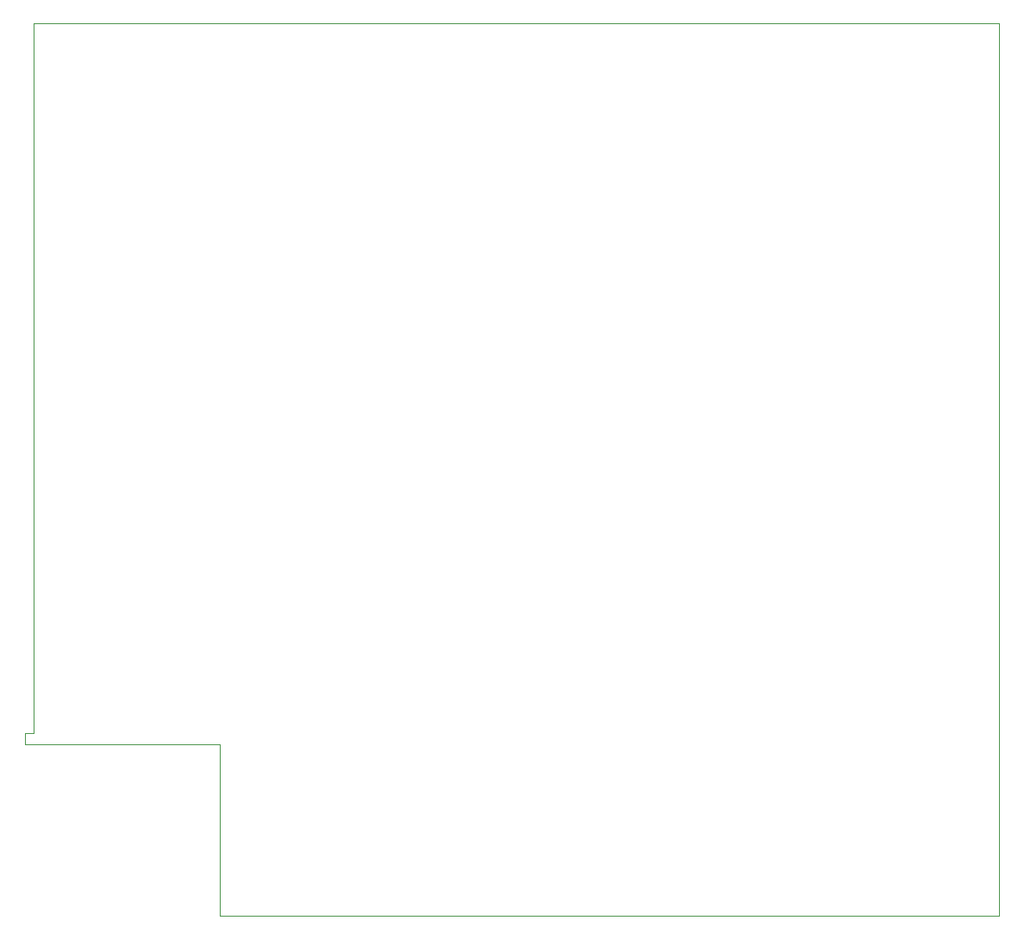
<source format=gbr>
%TF.GenerationSoftware,KiCad,Pcbnew,(6.0.2)*%
%TF.CreationDate,2022-04-15T06:19:47-06:00*%
%TF.ProjectId,XCVR_F4Lite_SMD_V1,58435652-5f46-4344-9c69-74655f534d44,rev?*%
%TF.SameCoordinates,Original*%
%TF.FileFunction,Profile,NP*%
%FSLAX46Y46*%
G04 Gerber Fmt 4.6, Leading zero omitted, Abs format (unit mm)*
G04 Created by KiCad (PCBNEW (6.0.2)) date 2022-04-15 06:19:47*
%MOMM*%
%LPD*%
G01*
G04 APERTURE LIST*
%TA.AperFunction,Profile*%
%ADD10C,0.100000*%
%TD*%
G04 APERTURE END LIST*
D10*
X104900000Y-63799720D02*
X199720200Y-63799720D01*
X123121420Y-151574500D02*
X140716000Y-151574500D01*
X104002840Y-133601460D02*
X104002840Y-134686040D01*
X199720200Y-151574500D02*
X199720200Y-63799720D01*
X104899460Y-133601460D02*
X104002840Y-133601460D01*
X123121420Y-134686040D02*
X123121420Y-151574500D01*
X199720200Y-151574500D02*
X140716000Y-151574500D01*
X104002840Y-134686040D02*
X123121420Y-134686040D01*
X104899460Y-133601460D02*
X104900000Y-63799720D01*
M02*

</source>
